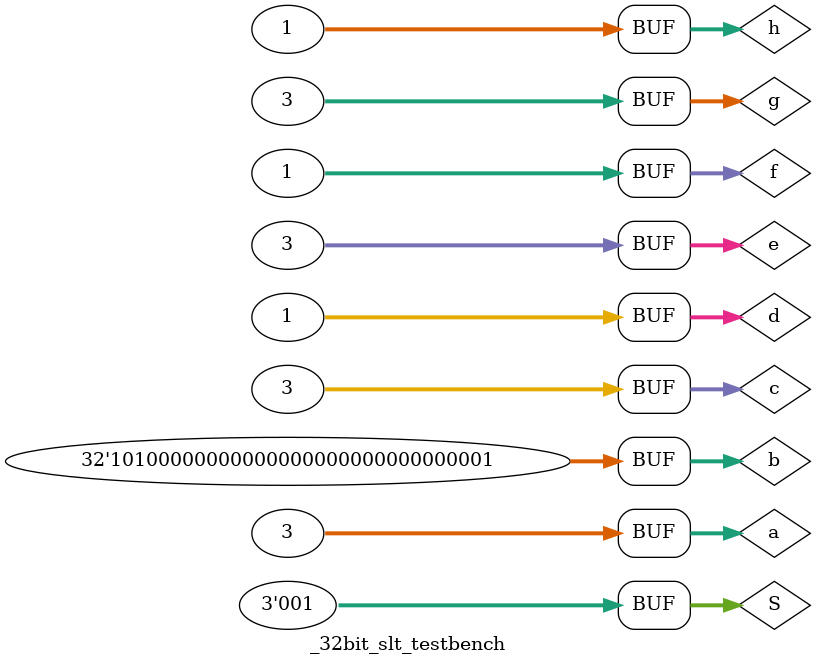
<source format=v>
`define DELAY 20
module _32bit_slt_testbench(); 
reg [31:0] a,b,c,d,e,f,g,h;
reg [2:0]S;
wire [31:0] sum;

elveda g1(a,b,c,d,e,f,g,h,S,sum);
initial begin
a = 32'b11100000000000000000000000000011; b = 32'b00000000000000000000000000000001;c = 32'b00000000000000000000000000000011; d = 32'b00000000000000000000000000000001; e = 32'b00000000000000000000000000000011; f = 32'b00000000000000000000000000000001; g = 32'b00000000000000000000000000000011; h = 32'b00000000000000000000000000000001; S = 000; 
#`DELAY;
a = 32'b00000000000000000000000000000011; b = 32'b10100000000000000000000000000001;c = 32'b00000000000000000000000000000011; d = 32'b00000000000000000000000000000001; e = 32'b00000000000000000000000000000011; f = 32'b00000000000000000000000000000001; g = 32'b00000000000000000000000000000011; h = 32'b00000000000000000000000000000001; S = 001;
#`DELAY;
end
 
 
initial
begin
$monitor("time = %2d, sum=%32b", $time,sum);
end
 
endmodule
</source>
